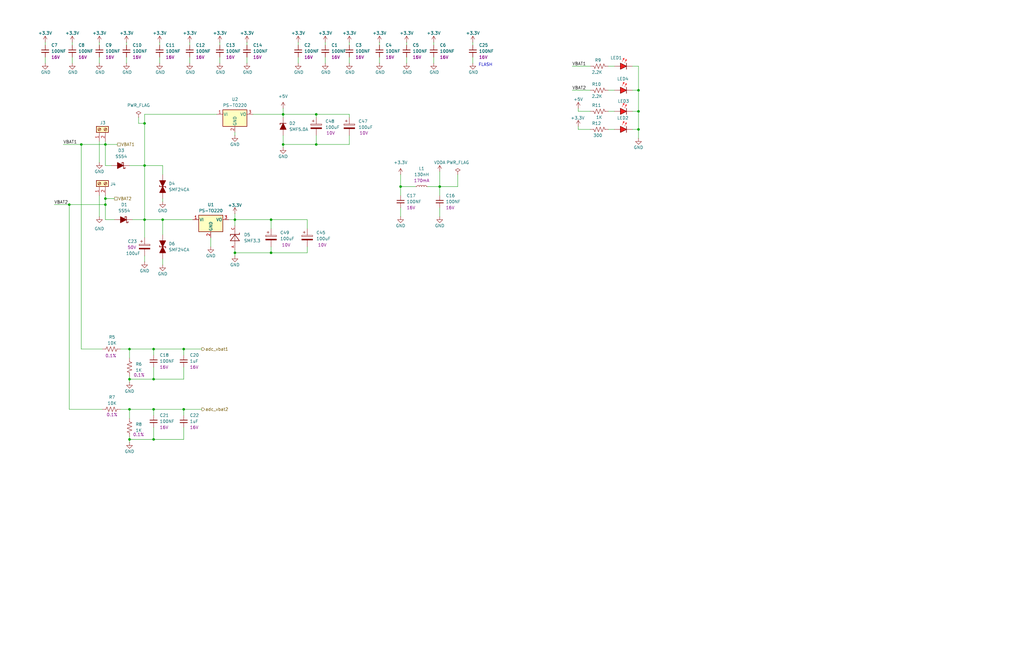
<source format=kicad_sch>
(kicad_sch (version 20250114) (generator "eeschema") (generator_version "9.0")
  (paper "USLedger")
  (title_block (title "RC-KAKATA-CONTROL") (date "2025-12-01") (rev "1.0") (company "ITLA-HUB"))
  (text "FLASH" (at 204.724 27.432 0) (effects (font (size 1.27 1.27))))
  (junction (at 68.58 92.71))
  (junction (at 44.45 83.82))
  (junction (at 77.47 172.72))
  (junction (at 60.96 92.71))
  (junction (at 64.77 147.32))
  (junction (at 119.38 60.96))
  (junction (at 54.61 172.72))
  (junction (at 64.77 172.72))
  (junction (at 185.42 78.74))
  (junction (at 54.61 147.32))
  (junction (at 99.06 106.68))
  (junction (at 60.96 69.85))
  (junction (at 99.06 92.71))
  (junction (at 60.96 52.07))
  (junction (at 77.47 147.32))
  (junction (at 64.77 160.02))
  (junction (at 114.3 92.71))
  (junction (at 44.45 86.36))
  (junction (at 269.24 54.61))
  (junction (at 133.35 48.26))
  (junction (at 54.61 185.42))
  (junction (at 114.3 106.68))
  (junction (at 269.24 46.99))
  (junction (at 54.61 160.02))
  (junction (at 64.77 185.42))
  (junction (at 34.29 60.96))
  (junction (at 269.24 38.1))
  (junction (at 44.45 60.96))
  (junction (at 168.91 78.74))
  (junction (at 133.35 60.96))
  (junction (at 29.21 86.36))
  (junction (at 119.38 48.26))
  (wire (pts (xy 54.61 184.15) (xy 54.61 185.42)))
  (wire (pts (xy 53.34 17.78) (xy 53.34 19.05)))
  (wire (pts (xy 199.39 17.78) (xy 199.39 19.05)))
  (wire (pts (xy 60.96 48.26) (xy 60.96 52.07)))
  (wire (pts (xy 41.91 82.55) (xy 41.91 91.44)))
  (wire (pts (xy 64.77 185.42) (xy 54.61 185.42)))
  (wire (pts (xy 41.91 59.69) (xy 41.91 68.58)))
  (wire (pts (xy 182.88 17.78) (xy 182.88 19.05)))
  (wire (pts (xy 106.68 48.26) (xy 119.38 48.26)))
  (wire (pts (xy 119.38 62.23) (xy 119.38 60.96)))
  (wire (pts (xy 147.32 49.53) (xy 147.32 48.26)))
  (wire (pts (xy 60.96 69.85) (xy 60.96 92.71)))
  (wire (pts (xy 44.45 83.82) (xy 44.45 86.36)))
  (wire (pts (xy 77.47 147.32) (xy 85.09 147.32)))
  (wire (pts (xy 19.05 17.78) (xy 19.05 19.05)))
  (wire (pts (xy 125.73 24.13) (xy 125.73 26.67)))
  (wire (pts (xy 58.42 52.07) (xy 60.96 52.07)))
  (wire (pts (xy 99.06 55.88) (xy 99.06 57.15)))
  (wire (pts (xy 55.88 92.71) (xy 60.96 92.71)))
  (wire (pts (xy 68.58 92.71) (xy 68.58 99.06)))
  (wire (pts (xy 68.58 73.66) (xy 68.58 69.85)))
  (wire (pts (xy 129.54 96.52) (xy 129.54 92.71)))
  (wire (pts (xy 129.54 92.71) (xy 114.3 92.71)))
  (wire (pts (xy 133.35 60.96) (xy 147.32 60.96)))
  (wire (pts (xy 114.3 106.68) (xy 99.06 106.68)))
  (wire (pts (xy 34.29 60.96) (xy 34.29 147.32)))
  (wire (pts (xy 50.8 172.72) (xy 54.61 172.72)))
  (wire (pts (xy 54.61 69.85) (xy 60.96 69.85)))
  (wire (pts (xy 119.38 60.96) (xy 133.35 60.96)))
  (wire (pts (xy 168.91 78.74) (xy 168.91 82.55)))
  (wire (pts (xy 269.24 27.94) (xy 269.24 38.1)))
  (wire (pts (xy 160.02 24.13) (xy 160.02 26.67)))
  (wire (pts (xy 248.92 38.1) (xy 241.3 38.1)))
  (wire (pts (xy 243.84 53.34) (xy 243.84 54.61)))
  (wire (pts (xy 269.24 46.99) (xy 269.24 54.61)))
  (wire (pts (xy 64.77 160.02) (xy 54.61 160.02)))
  (wire (pts (xy 147.32 48.26) (xy 133.35 48.26)))
  (wire (pts (xy 54.61 147.32) (xy 64.77 147.32)))
  (wire (pts (xy 77.47 154.94) (xy 77.47 160.02)))
  (wire (pts (xy 99.06 92.71) (xy 99.06 95.25)))
  (wire (pts (xy 41.91 24.13) (xy 41.91 26.67)))
  (wire (pts (xy 77.47 172.72) (xy 85.09 172.72)))
  (wire (pts (xy 29.21 172.72) (xy 29.21 86.36)))
  (wire (pts (xy 243.84 54.61) (xy 248.92 54.61)))
  (wire (pts (xy 193.04 73.66) (xy 193.04 78.74)))
  (wire (pts (xy 53.34 24.13) (xy 53.34 26.67)))
  (wire (pts (xy 180.34 78.74) (xy 185.42 78.74)))
  (wire (pts (xy 104.14 24.13) (xy 104.14 26.67)))
  (wire (pts (xy 68.58 83.82) (xy 68.58 85.09)))
  (wire (pts (xy 119.38 45.72) (xy 119.38 48.26)))
  (wire (pts (xy 160.02 17.78) (xy 160.02 19.05)))
  (wire (pts (xy 44.45 60.96) (xy 44.45 69.85)))
  (wire (pts (xy 30.48 17.78) (xy 30.48 19.05)))
  (wire (pts (xy 22.86 86.36) (xy 29.21 86.36)))
  (wire (pts (xy 64.77 172.72) (xy 64.77 175.26)))
  (wire (pts (xy 266.7 46.99) (xy 269.24 46.99)))
  (wire (pts (xy 269.24 54.61) (xy 269.24 58.42)))
  (wire (pts (xy 147.32 17.78) (xy 147.32 19.05)))
  (wire (pts (xy 147.32 24.13) (xy 147.32 26.67)))
  (wire (pts (xy 266.7 27.94) (xy 269.24 27.94)))
  (wire (pts (xy 104.14 17.78) (xy 104.14 19.05)))
  (wire (pts (xy 77.47 180.34) (xy 77.47 185.42)))
  (wire (pts (xy 99.06 105.41) (xy 99.06 106.68)))
  (wire (pts (xy 185.42 78.74) (xy 185.42 82.55)))
  (wire (pts (xy 30.48 24.13) (xy 30.48 26.67)))
  (wire (pts (xy 64.77 180.34) (xy 64.77 185.42)))
  (wire (pts (xy 29.21 172.72) (xy 43.18 172.72)))
  (wire (pts (xy 266.7 54.61) (xy 269.24 54.61)))
  (wire (pts (xy 80.01 17.78) (xy 80.01 19.05)))
  (wire (pts (xy 44.45 86.36) (xy 44.45 92.71)))
  (wire (pts (xy 50.8 147.32) (xy 54.61 147.32)))
  (wire (pts (xy 54.61 158.75) (xy 54.61 160.02)))
  (wire (pts (xy 64.77 154.94) (xy 64.77 160.02)))
  (wire (pts (xy 182.88 24.13) (xy 182.88 26.67)))
  (wire (pts (xy 60.96 107.95) (xy 60.96 110.49)))
  (wire (pts (xy 114.3 96.52) (xy 114.3 92.71)))
  (wire (pts (xy 96.52 92.71) (xy 99.06 92.71)))
  (wire (pts (xy 77.47 175.26) (xy 77.47 172.72)))
  (wire (pts (xy 185.42 78.74) (xy 185.42 72.39)))
  (wire (pts (xy 171.45 17.78) (xy 171.45 19.05)))
  (wire (pts (xy 168.91 78.74) (xy 168.91 73.66)))
  (wire (pts (xy 29.21 86.36) (xy 44.45 86.36)))
  (wire (pts (xy 77.47 149.86) (xy 77.47 147.32)))
  (wire (pts (xy 67.31 17.78) (xy 67.31 19.05)))
  (wire (pts (xy 147.32 57.15) (xy 147.32 60.96)))
  (wire (pts (xy 119.38 49.53) (xy 119.38 48.26)))
  (wire (pts (xy 54.61 160.02) (xy 54.61 161.29)))
  (wire (pts (xy 114.3 92.71) (xy 99.06 92.71)))
  (wire (pts (xy 133.35 49.53) (xy 133.35 48.26)))
  (wire (pts (xy 68.58 92.71) (xy 81.28 92.71)))
  (wire (pts (xy 44.45 92.71) (xy 48.26 92.71)))
  (wire (pts (xy 67.31 24.13) (xy 67.31 26.67)))
  (wire (pts (xy 125.73 17.78) (xy 125.73 19.05)))
  (wire (pts (xy 269.24 38.1) (xy 269.24 46.99)))
  (wire (pts (xy 256.54 46.99) (xy 259.08 46.99)))
  (wire (pts (xy 44.45 83.82) (xy 48.26 83.82)))
  (wire (pts (xy 44.45 59.69) (xy 44.45 60.96)))
  (wire (pts (xy 168.91 87.63) (xy 168.91 91.44)))
  (wire (pts (xy 60.96 48.26) (xy 91.44 48.26)))
  (wire (pts (xy 133.35 48.26) (xy 119.38 48.26)))
  (wire (pts (xy 54.61 172.72) (xy 54.61 176.53)))
  (wire (pts (xy 60.96 92.71) (xy 68.58 92.71)))
  (wire (pts (xy 54.61 185.42) (xy 54.61 186.69)))
  (wire (pts (xy 114.3 104.14) (xy 114.3 106.68)))
  (wire (pts (xy 137.16 17.78) (xy 137.16 19.05)))
  (wire (pts (xy 43.18 147.32) (xy 34.29 147.32)))
  (wire (pts (xy 68.58 109.22) (xy 68.58 111.76)))
  (wire (pts (xy 54.61 147.32) (xy 54.61 151.13)))
  (wire (pts (xy 119.38 57.15) (xy 119.38 60.96)))
  (wire (pts (xy 58.42 49.53) (xy 58.42 52.07)))
  (wire (pts (xy 41.91 17.78) (xy 41.91 19.05)))
  (wire (pts (xy 77.47 185.42) (xy 64.77 185.42)))
  (wire (pts (xy 19.05 24.13) (xy 19.05 26.67)))
  (wire (pts (xy 266.7 38.1) (xy 269.24 38.1)))
  (wire (pts (xy 26.67 60.96) (xy 34.29 60.96)))
  (wire (pts (xy 60.96 52.07) (xy 60.96 69.85)))
  (wire (pts (xy 44.45 69.85) (xy 46.99 69.85)))
  (wire (pts (xy 137.16 24.13) (xy 137.16 26.67)))
  (wire (pts (xy 92.71 17.78) (xy 92.71 19.05)))
  (wire (pts (xy 64.77 147.32) (xy 64.77 149.86)))
  (wire (pts (xy 256.54 27.94) (xy 259.08 27.94)))
  (wire (pts (xy 92.71 24.13) (xy 92.71 26.67)))
  (wire (pts (xy 44.45 82.55) (xy 44.45 83.82)))
  (wire (pts (xy 129.54 104.14) (xy 129.54 106.68)))
  (wire (pts (xy 80.01 24.13) (xy 80.01 26.67)))
  (wire (pts (xy 88.9 100.33) (xy 88.9 104.14)))
  (wire (pts (xy 185.42 78.74) (xy 193.04 78.74)))
  (wire (pts (xy 77.47 160.02) (xy 64.77 160.02)))
  (wire (pts (xy 241.3 27.94) (xy 248.92 27.94)))
  (wire (pts (xy 54.61 172.72) (xy 64.77 172.72)))
  (wire (pts (xy 175.26 78.74) (xy 168.91 78.74)))
  (wire (pts (xy 44.45 60.96) (xy 49.53 60.96)))
  (wire (pts (xy 99.06 106.68) (xy 99.06 107.95)))
  (wire (pts (xy 77.47 172.72) (xy 64.77 172.72)))
  (wire (pts (xy 34.29 60.96) (xy 44.45 60.96)))
  (wire (pts (xy 129.54 106.68) (xy 114.3 106.68)))
  (wire (pts (xy 243.84 46.99) (xy 243.84 45.72)))
  (wire (pts (xy 256.54 54.61) (xy 259.08 54.61)))
  (wire (pts (xy 185.42 87.63) (xy 185.42 91.44)))
  (wire (pts (xy 77.47 147.32) (xy 64.77 147.32)))
  (wire (pts (xy 133.35 57.15) (xy 133.35 60.96)))
  (wire (pts (xy 248.92 46.99) (xy 243.84 46.99)))
  (wire (pts (xy 68.58 69.85) (xy 60.96 69.85)))
  (wire (pts (xy 171.45 24.13) (xy 171.45 26.67)))
  (wire (pts (xy 99.06 90.17) (xy 99.06 92.71)))
  (wire (pts (xy 256.54 38.1) (xy 259.08 38.1)))
  (wire (pts (xy 199.39 24.13) (xy 199.39 26.67)))
  (wire (pts (xy 60.96 92.71) (xy 60.96 100.33)))
  (label "VBAT1" (at 241.3 27.94 0))
  (label "VBAT1" (at 26.67 60.96 0))
  (label "VBAT2" (at 22.86 86.36 0))
  (label "VBAT2" (at 241.3 38.1 0))
  (hierarchical_label "VBAT1" (shape passive) (at 49.53 60.96 0))
  (hierarchical_label "VBAT2" (shape passive) (at 48.26 83.82 0))
  (hierarchical_label "adc_vbat1" (shape output) (at 85.09 147.32 0))
  (hierarchical_label "adc_vbat2" (shape output) (at 85.09 172.72 0))
  (symbol (lib_id "MG_CAPACITOR:CAP-0603-100NF-16V-X5R") (at 171.45 21.59 0) (unit 1)
    (property "Reference" "C5" (at 173.99 19.0562 0) (effects (justify left)))
    (property "Value" "100NF" (at 173.99 21.5962 0) (effects (justify left)))
    (property "Footprint" "4ms_Capacitor:C_0603" (effects (hide yes)))
    (property "Description" "0.1uF, Min. 16V 10%, X7R or X5R or similar" (effects (hide yes)))
    (property "Specifications" "0.1uF, Min. 16V 10%, X7R or X5R or similar" (effects (hide yes)))
    (property "Manufacturer" "AVX Corporation" (effects (hide yes)))
    (property "Part Number" "0603YC104KAT2A" (effects (hide yes)))
    (property "Display" "0.1uF" (effects (hide yes)))
    (property "JLCPCB ID" "C14663" (effects (hide yes)))
    (property "V" "16V" (at 173.99 24.1362 0) (effects (justify left)))
  )
  (symbol (lib_id "Capacitor_AKL:CP_SMD_D6.3mm_H5.9mm") (at 133.35 53.34 0) (unit 1)
    (property "Reference" "C48" (at 137.16 51.1809 0) (effects (justify left)))
    (property "Value" "100uF" (at 137.16 53.7209 0) (effects (justify left)))
    (property "Footprint" "Capacitor_SMD_AKL:CP_Elec_6.3x5.9" (effects (hide yes)))
    (property "Description" "SMD Electrolytic Capacitor, 6.3mm Diameter, 5.9mm Height, European Symbol, Alternate KiCad Library" (effects (hide yes)))
    (property "VOL" "10V" (at 139.446 56.134 0))
  )
  (symbol (lib_id "Snapeda:SMF3.3") (at 99.06 100.33 90) (unit 1)
    (property "Reference" "D5" (at 102.87 99.0599 90) (effects (justify right)))
    (property "Value" "SMF3.3" (at 102.87 101.5999 90) (effects (justify right)))
    (property "Footprint" "Snapeda:SMF3.3_SODFL3718X108N" (effects (hide yes)))
    (property "MF" "Littelfuse Inc." (effects (hide yes)))
    (property "SNAPEDA_PACKAGE_ID" "23228" (effects (hide yes)))
    (property "Package" "SOD-123F Littelfuse" (effects (hide yes)))
    (property "Price" "None" (effects (hide yes)))
    (property "Check_prices" "https://www.snapeda.com/parts/SMF3.3/Littelfuse/view-part/?ref=eda" (effects (hide yes)))
    (property "SnapEDA_Link" "https://www.snapeda.com/parts/SMF3.3/Littelfuse/view-part/?ref=snap" (effects (hide yes)))
    (property "MP" "SMF3.3" (effects (hide yes)))
    (property "Description_1" "6.8V Clamp 30A Ipp Tvs Diode Surface Mount SOD-123FL" (effects (hide yes)))
    (property "Availability" "In Stock" (effects (hide yes)))
    (property "MANUFACTURER" "Littelfuse" (effects (hide yes)))
  )
  (symbol (lib_id "power:GND") (at 147.32 26.67 0) (unit 1)
    (property "Reference" "#PWR03" (effects (hide yes)))
    (property "Value" "GND" (at 147.574 30.48 0))
    (property "Description" "Power symbol creates a global label with name \"GND\" , ground" (effects (hide yes)))
  )
  (symbol (lib_id "MG_CAPACITOR:CAP-0603-100NF-16V-X5R") (at 80.01 21.59 0) (unit 1)
    (property "Reference" "C12" (at 82.55 19.0562 0) (effects (justify left)))
    (property "Value" "100NF" (at 82.55 21.5962 0) (effects (justify left)))
    (property "Footprint" "4ms_Capacitor:C_0603" (effects (hide yes)))
    (property "Description" "0.1uF, Min. 16V 10%, X7R or X5R or similar" (effects (hide yes)))
    (property "Specifications" "0.1uF, Min. 16V 10%, X7R or X5R or similar" (effects (hide yes)))
    (property "Manufacturer" "AVX Corporation" (effects (hide yes)))
    (property "Part Number" "0603YC104KAT2A" (effects (hide yes)))
    (property "Display" "0.1uF" (effects (hide yes)))
    (property "JLCPCB ID" "C14663" (effects (hide yes)))
    (property "V" "16V" (at 82.55 24.1362 0) (effects (justify left)))
  )
  (symbol (lib_id "MG_RESISTOR:RES-0603-10K-1%") (at 252.73 27.94 90) (mirror x) (unit 1)
    (property "Reference" "R9" (at 253.492 25.4 90) (effects (justify left)))
    (property "Value" "2.2K" (at 253.9999 30.48 90) (effects (justify left)))
    (property "Footprint" "4ms_Resistor:R_0603" (effects (hide yes)))
    (property "Description" "Resistor, US symbol" (effects (hide yes)))
    (property "TOL" "1%" (effects (hide yes)))
    (property "PWR" "1/10" (effects (hide yes)))
    (property "Part Number" "RC0603FR-0710KL" (effects (hide yes)))
    (property "Manufacturer" "YAGEO" (effects (hide yes)))
    (property "Footprint Name" "0603" (effects (hide yes)))
  )
  (symbol (lib_id "power:GND") (at 80.01 26.67 0) (unit 1)
    (property "Reference" "#PWR21" (effects (hide yes)))
    (property "Value" "GND" (at 80.264 30.48 0))
    (property "Description" "Power symbol creates a global label with name \"GND\" , ground" (effects (hide yes)))
  )
  (symbol (lib_id "power:+5V") (at 243.84 45.72 0) (unit 1)
    (property "Reference" "#PWR61" (effects (hide yes)))
    (property "Value" "+5V" (at 243.84 41.91 0))
    (property "Description" "Power symbol creates a global label with name \"+5V\"" (effects (hide yes)))
  )
  (symbol (lib_id "power:+3.3V") (at 160.02 17.78 0) (unit 1)
    (property "Reference" "#PWR4" (effects (hide yes)))
    (property "Value" "+3.3V" (at 160.02 13.97 0))
    (property "Description" "Power symbol creates a global label with name \"+3.3V\"" (effects (hide yes)))
  )
  (symbol (lib_id "MG_CAPACITOR:CAP-0603-100NF-16V-X5R") (at 147.32 21.59 0) (unit 1)
    (property "Reference" "C3" (at 149.86 19.0562 0) (effects (justify left)))
    (property "Value" "100NF" (at 149.86 21.5962 0) (effects (justify left)))
    (property "Footprint" "4ms_Capacitor:C_0603" (effects (hide yes)))
    (property "Description" "0.1uF, Min. 16V 10%, X7R or X5R or similar" (effects (hide yes)))
    (property "Specifications" "0.1uF, Min. 16V 10%, X7R or X5R or similar" (effects (hide yes)))
    (property "Manufacturer" "AVX Corporation" (effects (hide yes)))
    (property "Part Number" "0603YC104KAT2A" (effects (hide yes)))
    (property "Display" "0.1uF" (effects (hide yes)))
    (property "JLCPCB ID" "C14663" (effects (hide yes)))
    (property "V" "16V" (at 149.86 24.1362 0) (effects (justify left)))
  )
  (symbol (lib_id "power:GND") (at 125.73 26.67 0) (unit 1)
    (property "Reference" "#PWR45" (effects (hide yes)))
    (property "Value" "GND" (at 125.984 30.48 0))
    (property "Description" "Power symbol creates a global label with name \"GND\" , ground" (effects (hide yes)))
  )
  (symbol (lib_id "power:GND") (at 54.61 161.29 0) (unit 1)
    (property "Reference" "#PWR51" (effects (hide yes)))
    (property "Value" "GND" (at 54.61 165.1 0))
    (property "Description" "Power symbol creates a global label with name \"GND\" , ground" (effects (hide yes)))
  )
  (symbol (lib_id "MG_RESISTOR:RES-0603-10K-1%") (at 46.99 172.72 90) (unit 1)
    (property "Reference" "R7" (at 47.244 167.64 90))
    (property "Value" "10K" (at 47.244 170.18 90))
    (property "Footprint" "4ms_Resistor:R_0603" (effects (hide yes)))
    (property "Description" "Resistor, US symbol" (effects (hide yes)))
    (property "TOL" "1%" (effects (hide yes)))
    (property "PWR" "1/10" (effects (hide yes)))
    (property "Part Number" "RC0603FR-0710KL" (effects (hide yes)))
    (property "Manufacturer" "YAGEO" (effects (hide yes)))
    (property "Footprint Name" "0603" (effects (hide yes)))
    (property "VOL" "0.1%" (at 47.244 175.006 90))
  )
  (symbol (lib_id "MG_RESISTOR:RES-0603-10K-1%") (at 252.73 54.61 90) (mirror x) (unit 1)
    (property "Reference" "R12" (at 253.492 52.07 90) (effects (justify left)))
    (property "Value" "300" (at 253.9999 57.15 90) (effects (justify left)))
    (property "Footprint" "4ms_Resistor:R_0603" (effects (hide yes)))
    (property "Description" "Resistor, US symbol" (effects (hide yes)))
    (property "TOL" "1%" (effects (hide yes)))
    (property "PWR" "1/10" (effects (hide yes)))
    (property "Part Number" "RC0603FR-0710KL" (effects (hide yes)))
    (property "Manufacturer" "YAGEO" (effects (hide yes)))
    (property "Footprint Name" "0603" (effects (hide yes)))
  )
  (symbol (lib_id "LED_AKL:LED_0603_Red") (at 262.89 27.94 0) (unit 1)
    (property "Reference" "LED1" (at 259.842 24.384 0))
    (property "Value" "LED_0603_Red" (effects (hide yes)))
    (property "Footprint" "LED_SMD_AKL:LED_0603_1608Metric" (effects (hide yes)))
    (property "Description" "Red SMD LED, 0603, Alternate KiCad Library" (effects (hide yes)))
  )
  (symbol (lib_id "MG_CAPACITOR:CAP-0603-100NF-16V-X5R") (at 160.02 21.59 0) (unit 1)
    (property "Reference" "C4" (at 162.56 19.0562 0) (effects (justify left)))
    (property "Value" "100NF" (at 162.56 21.5962 0) (effects (justify left)))
    (property "Footprint" "4ms_Capacitor:C_0603" (effects (hide yes)))
    (property "Description" "0.1uF, Min. 16V 10%, X7R or X5R or similar" (effects (hide yes)))
    (property "Specifications" "0.1uF, Min. 16V 10%, X7R or X5R or similar" (effects (hide yes)))
    (property "Manufacturer" "AVX Corporation" (effects (hide yes)))
    (property "Part Number" "0603YC104KAT2A" (effects (hide yes)))
    (property "Display" "0.1uF" (effects (hide yes)))
    (property "JLCPCB ID" "C14663" (effects (hide yes)))
    (property "V" "16V" (at 162.56 24.1362 0) (effects (justify left)))
  )
  (symbol (lib_id "power:+3.3V") (at 171.45 17.78 0) (unit 1)
    (property "Reference" "#PWR6" (effects (hide yes)))
    (property "Value" "+3.3V" (at 171.45 13.97 0))
    (property "Description" "Power symbol creates a global label with name \"+3.3V\"" (effects (hide yes)))
  )
  (symbol (lib_id "MG_RESISTOR:RES-0603-10K-1%") (at 252.73 38.1 90) (mirror x) (unit 1)
    (property "Reference" "R10" (at 253.492 35.56 90) (effects (justify left)))
    (property "Value" "2.2K" (at 253.9999 40.64 90) (effects (justify left)))
    (property "Footprint" "4ms_Resistor:R_0603" (effects (hide yes)))
    (property "Description" "Resistor, US symbol" (effects (hide yes)))
    (property "TOL" "1%" (effects (hide yes)))
    (property "PWR" "1/10" (effects (hide yes)))
    (property "Part Number" "RC0603FR-0710KL" (effects (hide yes)))
    (property "Manufacturer" "YAGEO" (effects (hide yes)))
    (property "Footprint Name" "0603" (effects (hide yes)))
  )
  (symbol (lib_id "power:+5V") (at 119.38 45.72 0) (unit 1)
    (property "Reference" "#PWR31" (effects (hide yes)))
    (property "Value" "+5V" (at 119.38 40.64 0))
    (property "Description" "Power symbol creates a global label with name \"+5V\"" (effects (hide yes)))
  )
  (symbol (lib_id "MG_IC:PS-TO220") (at 99.06 48.26 0) (unit 1)
    (property "Reference" "U2" (at 99.06 41.91 0))
    (property "Value" "PS-TO220" (at 99.06 44.45 0))
    (property "Footprint" "MG_footprints:PS-TO-220-3_Vertical" (effects (hide yes)))
    (property "Description" "Power Supply Switching TO-2020" (effects (hide yes)))
  )
  (symbol (lib_id "power:+3.3V") (at 53.34 17.78 0) (unit 1)
    (property "Reference" "#PWR16" (effects (hide yes)))
    (property "Value" "+3.3V" (at 53.34 13.97 0))
    (property "Description" "Power symbol creates a global label with name \"+3.3V\"" (effects (hide yes)))
  )
  (symbol (lib_id "MG_RESISTOR:RES-0603-10K-1%") (at 252.73 46.99 90) (mirror x) (unit 1)
    (property "Reference" "R11" (at 253.492 44.45 90) (effects (justify left)))
    (property "Value" "1K" (at 253.9999 49.53 90) (effects (justify left)))
    (property "Footprint" "4ms_Resistor:R_0603" (effects (hide yes)))
    (property "Description" "Resistor, US symbol" (effects (hide yes)))
    (property "TOL" "1%" (effects (hide yes)))
    (property "PWR" "1/10" (effects (hide yes)))
    (property "Part Number" "RC0603FR-0710KL" (effects (hide yes)))
    (property "Manufacturer" "YAGEO" (effects (hide yes)))
    (property "Footprint Name" "0603" (effects (hide yes)))
  )
  (symbol (lib_id "power:+3.3V") (at 30.48 17.78 0) (unit 1)
    (property "Reference" "#PWR12" (effects (hide yes)))
    (property "Value" "+3.3V" (at 30.48 13.97 0))
    (property "Description" "Power symbol creates a global label with name \"+3.3V\"" (effects (hide yes)))
  )
  (symbol (lib_id "Diode_TVS_AKL:SMF24CA") (at 68.58 104.14 90) (unit 1)
    (property "Reference" "D6" (at 71.12 102.8699 90) (effects (justify right)))
    (property "Value" "SMF24CA" (at 71.12 105.4099 90) (effects (justify right)))
    (property "Footprint" "Diode_SMD_AKL:D_SOD-123F" (effects (hide yes)))
    (property "Datasheet" "https://www.tme.eu/Document/95faf1e5e821ed1b438500c66c7b0bd9/smf50a.pdf" (effects (hide yes)))
    (property "Description" "SOD-123F Bidirectional TVS Diode, 24V, 200W, Alternate KiCAD Library" (effects (hide yes)))
  )
  (symbol (lib_id "MG_RESISTOR:RES-0603-10K-1%") (at 54.61 154.94 180) (unit 1)
    (property "Reference" "R6" (at 57.15 153.6699 0) (effects (justify right)))
    (property "Value" "1K" (at 57.15 156.2099 0) (effects (justify right)))
    (property "Footprint" "4ms_Resistor:R_0603" (effects (hide yes)))
    (property "Description" "Resistor, US symbol" (effects (hide yes)))
    (property "TOL" "1%" (effects (hide yes)))
    (property "PWR" "1/10" (effects (hide yes)))
    (property "Part Number" "RC0603FR-0710KL" (effects (hide yes)))
    (property "Manufacturer" "YAGEO" (effects (hide yes)))
    (property "Footprint Name" "0603" (effects (hide yes)))
    (property "VOL" "0.1%" (at 58.674 158.242 0))
  )
  (symbol (lib_id "MG_CAPACITOR:CAP-0603-100NF-16V-X5R") (at 30.48 21.59 0) (unit 1)
    (property "Reference" "C8" (at 33.02 19.0562 0) (effects (justify left)))
    (property "Value" "100NF" (at 33.02 21.5962 0) (effects (justify left)))
    (property "Footprint" "4ms_Capacitor:C_0603" (effects (hide yes)))
    (property "Description" "0.1uF, Min. 16V 10%, X7R or X5R or similar" (effects (hide yes)))
    (property "Specifications" "0.1uF, Min. 16V 10%, X7R or X5R or similar" (effects (hide yes)))
    (property "Manufacturer" "AVX Corporation" (effects (hide yes)))
    (property "Part Number" "0603YC104KAT2A" (effects (hide yes)))
    (property "Display" "0.1uF" (effects (hide yes)))
    (property "JLCPCB ID" "C14663" (effects (hide yes)))
    (property "V" "16V" (at 33.02 24.1362 0) (effects (justify left)))
  )
  (symbol (lib_id "power:+3.3V") (at 80.01 17.78 0) (unit 1)
    (property "Reference" "#PWR20" (effects (hide yes)))
    (property "Value" "+3.3V" (at 80.01 13.97 0))
    (property "Description" "Power symbol creates a global label with name \"+3.3V\"" (effects (hide yes)))
  )
  (symbol (lib_id "Connector:Screw_Terminal_01x02") (at 41.91 77.47 90) (unit 1)
    (property "Reference" "J4" (at 46.482 77.724 90) (effects (justify right)))
    (property "Value" "Screw_Terminal_01x02" (effects (hide yes)))
    (property "Footprint" "EasyEDA:CONN-TH_2P-P5.08_DIBO_DB128V-5.08" (effects (hide yes)))
    (property "Description" "Generic screw terminal, single row, 01x02, script generated (kicad-library-utils/schlib/autogen/connector/)" (effects (hide yes)))
  )
  (symbol (lib_id "power:+3.3V") (at 19.05 17.78 0) (unit 1)
    (property "Reference" "#PWR10" (effects (hide yes)))
    (property "Value" "+3.3V" (at 19.05 13.97 0))
    (property "Description" "Power symbol creates a global label with name \"+3.3V\"" (effects (hide yes)))
  )
  (symbol (lib_id "MG_CAPACITOR:CAP-0603-100NF-16V-X5R") (at 64.77 177.8 0) (unit 1)
    (property "Reference" "C21" (at 67.31 175.2662 0) (effects (justify left)))
    (property "Value" "100NF" (at 67.31 177.8062 0) (effects (justify left)))
    (property "Footprint" "4ms_Capacitor:C_0603" (effects (hide yes)))
    (property "Description" "0.1uF, Min. 16V 10%, X7R or X5R or similar" (effects (hide yes)))
    (property "Specifications" "0.1uF, Min. 16V 10%, X7R or X5R or similar" (effects (hide yes)))
    (property "Manufacturer" "AVX Corporation" (effects (hide yes)))
    (property "Part Number" "0603YC104KAT2A" (effects (hide yes)))
    (property "Display" "0.1uF" (effects (hide yes)))
    (property "JLCPCB ID" "C14663" (effects (hide yes)))
    (property "V" "16V" (at 67.31 180.3462 0) (effects (justify left)))
  )
  (symbol (lib_id "Capacitor_AKL:CP_SMD_D6.3mm_H5.9mm") (at 129.54 100.33 0) (unit 1)
    (property "Reference" "C45" (at 133.35 98.1709 0) (effects (justify left)))
    (property "Value" "100uF" (at 133.35 100.7109 0) (effects (justify left)))
    (property "Footprint" "Capacitor_SMD_AKL:CP_Elec_6.3x5.9" (effects (hide yes)))
    (property "Description" "SMD Electrolytic Capacitor, 6.3mm Diameter, 5.9mm Height, European Symbol, Alternate KiCad Library" (effects (hide yes)))
    (property "VOL" "10V" (at 135.89 103.378 0))
  )
  (symbol (lib_id "MG_IC:PS-TO220") (at 88.9 92.71 0) (unit 1)
    (property "Reference" "U1" (at 88.9 86.36 0))
    (property "Value" "PS-TO220" (at 88.9 88.9 0))
    (property "Footprint" "MG_footprints:PS-TO-220-3_Vertical" (effects (hide yes)))
    (property "Description" "Power Supply Switching TO-2020" (effects (hide yes)))
  )
  (symbol (lib_id "MG_CAPACITOR:CAP-0603-100NF-16V-X5R") (at 92.71 21.59 0) (unit 1)
    (property "Reference" "C13" (at 95.25 19.0562 0) (effects (justify left)))
    (property "Value" "100NF" (at 95.25 21.5962 0) (effects (justify left)))
    (property "Footprint" "4ms_Capacitor:C_0603" (effects (hide yes)))
    (property "Description" "0.1uF, Min. 16V 10%, X7R or X5R or similar" (effects (hide yes)))
    (property "Specifications" "0.1uF, Min. 16V 10%, X7R or X5R or similar" (effects (hide yes)))
    (property "Manufacturer" "AVX Corporation" (effects (hide yes)))
    (property "Part Number" "0603YC104KAT2A" (effects (hide yes)))
    (property "Display" "0.1uF" (effects (hide yes)))
    (property "JLCPCB ID" "C14663" (effects (hide yes)))
    (property "V" "16V" (at 95.25 24.1362 0) (effects (justify left)))
  )
  (symbol (lib_id "power:GND") (at 67.31 26.67 0) (unit 1)
    (property "Reference" "#PWR19" (effects (hide yes)))
    (property "Value" "GND" (at 67.564 30.48 0))
    (property "Description" "Power symbol creates a global label with name \"GND\" , ground" (effects (hide yes)))
  )
  (symbol (lib_id "power:+3.3V") (at 99.06 90.17 0) (unit 1)
    (property "Reference" "#PWR32" (effects (hide yes)))
    (property "Value" "+3.3V" (at 99.06 86.614 0))
    (property "Description" "Power symbol creates a global label with name \"+3.3V\"" (effects (hide yes)))
  )
  (symbol (lib_id "power:GND") (at 137.16 26.67 0) (unit 1)
    (property "Reference" "#PWR43" (effects (hide yes)))
    (property "Value" "GND" (at 137.414 30.48 0))
    (property "Description" "Power symbol creates a global label with name \"GND\" , ground" (effects (hide yes)))
  )
  (symbol (lib_id "power:GND") (at 60.96 110.49 0) (unit 1)
    (property "Reference" "#PWR53" (effects (hide yes)))
    (property "Value" "GND" (at 60.96 114.3 0))
    (property "Description" "Power symbol creates a global label with name \"GND\" , ground" (effects (hide yes)))
  )
  (symbol (lib_id "power:+3.3V") (at 137.16 17.78 0) (unit 1)
    (property "Reference" "#PWR42" (effects (hide yes)))
    (property "Value" "+3.3V" (at 137.16 13.97 0))
    (property "Description" "Power symbol creates a global label with name \"+3.3V\"" (effects (hide yes)))
  )
  (symbol (lib_id "Connector:Screw_Terminal_01x02") (at 41.91 54.61 90) (unit 1)
    (property "Reference" "J3" (at 42.164 51.816 90) (effects (justify right)))
    (property "Value" "Screw_Terminal_01x02" (effects (hide yes)))
    (property "Footprint" "EasyEDA:CONN-TH_2P-P5.08_DIBO_DB128V-5.08" (effects (hide yes)))
    (property "Description" "Generic screw terminal, single row, 01x02, script generated (kicad-library-utils/schlib/autogen/connector/)" (effects (hide yes)))
  )
  (symbol (lib_id "power:GND") (at 182.88 26.67 0) (unit 1)
    (property "Reference" "#PWR9" (effects (hide yes)))
    (property "Value" "GND" (at 183.134 30.48 0))
    (property "Description" "Power symbol creates a global label with name \"GND\" , ground" (effects (hide yes)))
  )
  (symbol (lib_id "MG_CAPACITOR:CAP-0603-100NF-16V-X5R") (at 125.73 21.59 0) (unit 1)
    (property "Reference" "C2" (at 128.27 19.0562 0) (effects (justify left)))
    (property "Value" "100NF" (at 128.27 21.5962 0) (effects (justify left)))
    (property "Footprint" "4ms_Capacitor:C_0603" (effects (hide yes)))
    (property "Description" "0.1uF, Min. 16V 10%, X7R or X5R or similar" (effects (hide yes)))
    (property "Specifications" "0.1uF, Min. 16V 10%, X7R or X5R or similar" (effects (hide yes)))
    (property "Manufacturer" "AVX Corporation" (effects (hide yes)))
    (property "Part Number" "0603YC104KAT2A" (effects (hide yes)))
    (property "Display" "0.1uF" (effects (hide yes)))
    (property "JLCPCB ID" "C14663" (effects (hide yes)))
    (property "V" "16V" (at 128.27 24.1362 0) (effects (justify left)))
  )
  (symbol (lib_id "Capacitor_AKL:CP_SMD_D6.3mm_H5.9mm") (at 114.3 100.33 0) (unit 1)
    (property "Reference" "C49" (at 118.11 98.1709 0) (effects (justify left)))
    (property "Value" "100uF" (at 118.11 100.7109 0) (effects (justify left)))
    (property "Footprint" "Capacitor_SMD_AKL:CP_Elec_6.3x5.9" (effects (hide yes)))
    (property "Description" "SMD Electrolytic Capacitor, 6.3mm Diameter, 5.9mm Height, European Symbol, Alternate KiCad Library" (effects (hide yes)))
    (property "VOL" "10V" (at 120.65 103.378 0))
  )
  (symbol (lib_id "power:GND") (at 54.61 186.69 0) (unit 1)
    (property "Reference" "#PWR52" (effects (hide yes)))
    (property "Value" "GND" (at 54.61 190.5 0))
    (property "Description" "Power symbol creates a global label with name \"GND\" , ground" (effects (hide yes)))
  )
  (symbol (lib_id "power:VDDA") (at 185.42 72.39 0) (unit 1)
    (property "Reference" "#PWR46" (effects (hide yes)))
    (property "Value" "VDDA" (at 185.42 68.58 0))
    (property "Description" "Power symbol creates a global label with name \"VDDA\"" (effects (hide yes)))
  )
  (symbol (lib_id "Diode_Schottky_AKL:SS54") (at 50.8 69.85 0) (unit 1)
    (property "Reference" "D3" (at 51.1175 63.5 0))
    (property "Value" "SS54" (at 51.1175 66.04 0))
    (property "Footprint" "Diode_SMD_AKL:D_SMC" (effects (hide yes)))
    (property "Datasheet" "https://www.laro.com.pl/pdf/ss56.pdf" (effects (hide yes)))
    (property "Description" "SMC Schottky diode, 40V, 5A, Alternate KiCAD Library" (effects (hide yes)))
  )
  (symbol (lib_id "Diode_Schottky_AKL:SS54") (at 52.07 92.71 0) (unit 1)
    (property "Reference" "D1" (at 52.3875 86.36 0))
    (property "Value" "SS54" (at 52.3875 88.9 0))
    (property "Footprint" "Diode_SMD_AKL:D_SMC" (effects (hide yes)))
    (property "Datasheet" "https://www.laro.com.pl/pdf/ss56.pdf" (effects (hide yes)))
    (property "Description" "SMC Schottky diode, 40V, 5A, Alternate KiCAD Library" (effects (hide yes)))
  )
  (symbol (lib_id "MG_CAPACITOR:CAP-0603-100NF-16V-X5R") (at 77.47 152.4 0) (unit 1)
    (property "Reference" "C20" (at 80.01 149.8662 0) (effects (justify left)))
    (property "Value" "1uF" (at 80.01 152.4062 0) (effects (justify left)))
    (property "Footprint" "4ms_Capacitor:C_0603" (effects (hide yes)))
    (property "Description" "0.1uF, Min. 16V 10%, X7R or X5R or similar" (effects (hide yes)))
    (property "Specifications" "0.1uF, Min. 16V 10%, X7R or X5R or similar" (effects (hide yes)))
    (property "Manufacturer" "AVX Corporation" (effects (hide yes)))
    (property "Part Number" "0603YC104KAT2A" (effects (hide yes)))
    (property "Display" "0.1uF" (effects (hide yes)))
    (property "JLCPCB ID" "C14663" (effects (hide yes)))
    (property "V" "16V" (at 80.01 154.9462 0) (effects (justify left)))
  )
  (symbol (lib_id "MG_CAPACITOR:CAP-0603-100NF-16V-X5R") (at 64.77 152.4 0) (unit 1)
    (property "Reference" "C18" (at 67.31 149.8662 0) (effects (justify left)))
    (property "Value" "100NF" (at 67.31 152.4062 0) (effects (justify left)))
    (property "Footprint" "4ms_Capacitor:C_0603" (effects (hide yes)))
    (property "Description" "0.1uF, Min. 16V 10%, X7R or X5R or similar" (effects (hide yes)))
    (property "Specifications" "0.1uF, Min. 16V 10%, X7R or X5R or similar" (effects (hide yes)))
    (property "Manufacturer" "AVX Corporation" (effects (hide yes)))
    (property "Part Number" "0603YC104KAT2A" (effects (hide yes)))
    (property "Display" "0.1uF" (effects (hide yes)))
    (property "JLCPCB ID" "C14663" (effects (hide yes)))
    (property "V" "16V" (at 67.31 154.9462 0) (effects (justify left)))
  )
  (symbol (lib_id "MG_CAPACITOR:CAP-0603-100NF-16V-X5R") (at 185.42 85.09 0) (unit 1)
    (property "Reference" "C16" (at 187.96 82.5562 0) (effects (justify left)))
    (property "Value" "100NF" (at 187.96 85.0962 0) (effects (justify left)))
    (property "Footprint" "4ms_Capacitor:C_0603" (effects (hide yes)))
    (property "Description" "0.1uF, Min. 16V 10%, X7R or X5R or similar" (effects (hide yes)))
    (property "Specifications" "0.1uF, Min. 16V 10%, X7R or X5R or similar" (effects (hide yes)))
    (property "Manufacturer" "AVX Corporation" (effects (hide yes)))
    (property "Part Number" "0603YC104KAT2A" (effects (hide yes)))
    (property "Display" "0.1uF" (effects (hide yes)))
    (property "JLCPCB ID" "C14663" (effects (hide yes)))
    (property "V" "16V" (at 187.96 87.6362 0) (effects (justify left)))
  )
  (symbol (lib_id "MG_CAPACITOR:CAP-0603-100NF-16V-X5R") (at 168.91 85.09 0) (unit 1)
    (property "Reference" "C17" (at 171.45 82.5562 0) (effects (justify left)))
    (property "Value" "100NF" (at 171.45 85.0962 0) (effects (justify left)))
    (property "Footprint" "4ms_Capacitor:C_0603" (effects (hide yes)))
    (property "Description" "0.1uF, Min. 16V 10%, X7R or X5R or similar" (effects (hide yes)))
    (property "Specifications" "0.1uF, Min. 16V 10%, X7R or X5R or similar" (effects (hide yes)))
    (property "Manufacturer" "AVX Corporation" (effects (hide yes)))
    (property "Part Number" "0603YC104KAT2A" (effects (hide yes)))
    (property "Display" "0.1uF" (effects (hide yes)))
    (property "JLCPCB ID" "C14663" (effects (hide yes)))
    (property "V" "16V" (at 171.45 87.6362 0) (effects (justify left)))
  )
  (symbol (lib_id "LED_AKL:LED_0603_Red") (at 262.89 54.61 0) (unit 1)
    (property "Reference" "LED2" (at 262.636 49.784 0))
    (property "Value" "LED_0603_Red" (effects (hide yes)))
    (property "Footprint" "LED_SMD_AKL:LED_0603_1608Metric" (effects (hide yes)))
    (property "Description" "Red SMD LED, 0603, Alternate KiCad Library" (effects (hide yes)))
  )
  (symbol (lib_id "power:PWR_FLAG") (at 193.04 73.66 0) (unit 1)
    (property "Reference" "#FLG02" (effects (hide yes)))
    (property "Value" "PWR_FLAG" (at 193.04 68.58 0))
    (property "Description" "Special symbol for telling ERC where power comes from" (effects (hide yes)))
  )
  (symbol (lib_id "MG_CAPACITOR:CAP-0603-100NF-16V-X5R") (at 137.16 21.59 0) (unit 1)
    (property "Reference" "C1" (at 139.7 19.0562 0) (effects (justify left)))
    (property "Value" "100NF" (at 139.7 21.5962 0) (effects (justify left)))
    (property "Footprint" "4ms_Capacitor:C_0603" (effects (hide yes)))
    (property "Description" "0.1uF, Min. 16V 10%, X7R or X5R or similar" (effects (hide yes)))
    (property "Specifications" "0.1uF, Min. 16V 10%, X7R or X5R or similar" (effects (hide yes)))
    (property "Manufacturer" "AVX Corporation" (effects (hide yes)))
    (property "Part Number" "0603YC104KAT2A" (effects (hide yes)))
    (property "Display" "0.1uF" (effects (hide yes)))
    (property "JLCPCB ID" "C14663" (effects (hide yes)))
    (property "V" "16V" (at 139.7 24.1362 0) (effects (justify left)))
  )
  (symbol (lib_id "power:GND") (at 53.34 26.67 0) (unit 1)
    (property "Reference" "#PWR17" (effects (hide yes)))
    (property "Value" "GND" (at 53.594 30.48 0))
    (property "Description" "Power symbol creates a global label with name \"GND\" , ground" (effects (hide yes)))
  )
  (symbol (lib_id "LED_AKL:LED_0603_Red") (at 262.89 38.1 0) (unit 1)
    (property "Reference" "LED4" (at 262.636 33.274 0))
    (property "Value" "LED_0603_Red" (effects (hide yes)))
    (property "Footprint" "LED_SMD_AKL:LED_0603_1608Metric" (effects (hide yes)))
    (property "Description" "Red SMD LED, 0603, Alternate KiCad Library" (effects (hide yes)))
  )
  (symbol (lib_id "MG_CAPACITOR:CAP-0603-100NF-16V-X5R") (at 182.88 21.59 0) (unit 1)
    (property "Reference" "C6" (at 185.42 19.0562 0) (effects (justify left)))
    (property "Value" "100NF" (at 185.42 21.5962 0) (effects (justify left)))
    (property "Footprint" "4ms_Capacitor:C_0603" (effects (hide yes)))
    (property "Description" "0.1uF, Min. 16V 10%, X7R or X5R or similar" (effects (hide yes)))
    (property "Specifications" "0.1uF, Min. 16V 10%, X7R or X5R or similar" (effects (hide yes)))
    (property "Manufacturer" "AVX Corporation" (effects (hide yes)))
    (property "Part Number" "0603YC104KAT2A" (effects (hide yes)))
    (property "Display" "0.1uF" (effects (hide yes)))
    (property "JLCPCB ID" "C14663" (effects (hide yes)))
    (property "V" "16V" (at 185.42 24.1362 0) (effects (justify left)))
  )
  (symbol (lib_id "power:GND") (at 168.91 91.44 0) (unit 1)
    (property "Reference" "#PWR48" (effects (hide yes)))
    (property "Value" "GND" (at 168.91 95.25 0))
    (property "Description" "Power symbol creates a global label with name \"GND\" , ground" (effects (hide yes)))
  )
  (symbol (lib_id "power:GND") (at 68.58 111.76 0) (unit 1)
    (property "Reference" "#PWR37" (effects (hide yes)))
    (property "Value" "GND" (at 68.58 115.57 0))
    (property "Description" "Power symbol creates a global label with name \"GND\" , ground" (effects (hide yes)))
  )
  (symbol (lib_id "power:+3.3V") (at 147.32 17.78 0) (unit 1)
    (property "Reference" "#PWR2" (effects (hide yes)))
    (property "Value" "+3.3V" (at 147.32 13.97 0))
    (property "Description" "Power symbol creates a global label with name \"+3.3V\"" (effects (hide yes)))
  )
  (symbol (lib_id "power:+3.3V") (at 168.91 73.66 0) (unit 1)
    (property "Reference" "#PWR47" (effects (hide yes)))
    (property "Value" "+3.3V" (at 168.91 68.58 0))
    (property "Description" "Power symbol creates a global label with name \"+3.3V\"" (effects (hide yes)))
  )
  (symbol (lib_id "power:GND") (at 171.45 26.67 0) (unit 1)
    (property "Reference" "#PWR7" (effects (hide yes)))
    (property "Value" "GND" (at 171.704 30.48 0))
    (property "Description" "Power symbol creates a global label with name \"GND\" , ground" (effects (hide yes)))
  )
  (symbol (lib_id "power:GND") (at 104.14 26.67 0) (unit 1)
    (property "Reference" "#PWR25" (effects (hide yes)))
    (property "Value" "GND" (at 104.394 30.48 0))
    (property "Description" "Power symbol creates a global label with name \"GND\" , ground" (effects (hide yes)))
  )
  (symbol (lib_id "power:GND") (at 41.91 68.58 0) (unit 1)
    (property "Reference" "#PWR28" (effects (hide yes)))
    (property "Value" "GND" (at 41.91 72.39 0))
    (property "Description" "Power symbol creates a global label with name \"GND\" , ground" (effects (hide yes)))
  )
  (symbol (lib_id "power:+3.3V") (at 125.73 17.78 0) (unit 1)
    (property "Reference" "#PWR44" (effects (hide yes)))
    (property "Value" "+3.3V" (at 125.73 13.97 0))
    (property "Description" "Power symbol creates a global label with name \"+3.3V\"" (effects (hide yes)))
  )
  (symbol (lib_id "MG_CAPACITOR:CAP-0603-100NF-16V-X5R") (at 53.34 21.59 0) (unit 1)
    (property "Reference" "C10" (at 55.88 19.0562 0) (effects (justify left)))
    (property "Value" "100NF" (at 55.88 21.5962 0) (effects (justify left)))
    (property "Footprint" "4ms_Capacitor:C_0603" (effects (hide yes)))
    (property "Description" "0.1uF, Min. 16V 10%, X7R or X5R or similar" (effects (hide yes)))
    (property "Specifications" "0.1uF, Min. 16V 10%, X7R or X5R or similar" (effects (hide yes)))
    (property "Manufacturer" "AVX Corporation" (effects (hide yes)))
    (property "Part Number" "0603YC104KAT2A" (effects (hide yes)))
    (property "Display" "0.1uF" (effects (hide yes)))
    (property "JLCPCB ID" "C14663" (effects (hide yes)))
    (property "V" "16V" (at 55.88 24.1362 0) (effects (justify left)))
  )
  (symbol (lib_id "SparkFun-Coil:130nH_0603_170mA") (at 177.8 78.74 0) (unit 1)
    (property "Reference" "L1" (at 177.8 71.12 0))
    (property "Value" "130nH" (at 177.8 73.66 0))
    (property "Footprint" "SparkFun-Capacitor:C_0603_1608Metric" (effects (hide yes)))
    (property "Datasheet" "https://search.murata.co.jp/Ceramy/image/img/P02/JELF243A-0024.pdf" (effects (hide yes)))
    (property "Description" "Inductor" (effects (hide yes)))
    (property "PROD_ID" "NDUC-22763" (effects (hide yes)))
    (property "Rated Current" "170mA" (at 177.8 76.2 0))
  )
  (symbol (lib_id "power:+3.3V") (at 182.88 17.78 0) (unit 1)
    (property "Reference" "#PWR8" (effects (hide yes)))
    (property "Value" "+3.3V" (at 182.88 13.97 0))
    (property "Description" "Power symbol creates a global label with name \"+3.3V\"" (effects (hide yes)))
  )
  (symbol (lib_id "Diode_TVS_AKL:SMF24CA") (at 68.58 78.74 90) (unit 1)
    (property "Reference" "D4" (at 71.12 77.4699 90) (effects (justify right)))
    (property "Value" "SMF24CA" (at 71.12 80.0099 90) (effects (justify right)))
    (property "Footprint" "Diode_SMD_AKL:D_SOD-123F" (effects (hide yes)))
    (property "Datasheet" "https://www.tme.eu/Document/95faf1e5e821ed1b438500c66c7b0bd9/smf50a.pdf" (effects (hide yes)))
    (property "Description" "SOD-123F Bidirectional TVS Diode, 24V, 200W, Alternate KiCAD Library" (effects (hide yes)))
  )
  (symbol (lib_id "power:GND") (at 269.24 58.42 0) (unit 1)
    (property "Reference" "#PWR60" (effects (hide yes)))
    (property "Value" "GND" (at 269.24 62.23 0))
    (property "Description" "Power symbol creates a global label with name \"GND\" , ground" (effects (hide yes)))
  )
  (symbol (lib_id "Capacitor_AKL:CP_SMD_D6.3mm_H5.9mm") (at 147.32 53.34 0) (unit 1)
    (property "Reference" "C47" (at 151.13 51.1809 0) (effects (justify left)))
    (property "Value" "100uF" (at 151.13 53.7209 0) (effects (justify left)))
    (property "Footprint" "Capacitor_SMD_AKL:CP_Elec_6.3x5.9" (effects (hide yes)))
    (property "Description" "SMD Electrolytic Capacitor, 6.3mm Diameter, 5.9mm Height, European Symbol, Alternate KiCad Library" (effects (hide yes)))
    (property "VOL" "10V" (at 153.416 56.134 0))
  )
  (symbol (lib_id "power:+3.3V") (at 104.14 17.78 0) (unit 1)
    (property "Reference" "#PWR24" (effects (hide yes)))
    (property "Value" "+3.3V" (at 104.14 13.97 0))
    (property "Description" "Power symbol creates a global label with name \"+3.3V\"" (effects (hide yes)))
  )
  (symbol (lib_id "MG_RESISTOR:RES-0603-10K-1%") (at 46.99 147.32 90) (unit 1)
    (property "Reference" "R5" (at 47.244 142.24 90))
    (property "Value" "10K" (at 47.244 144.78 90))
    (property "Footprint" "4ms_Resistor:R_0603" (effects (hide yes)))
    (property "Description" "Resistor, US symbol" (effects (hide yes)))
    (property "TOL" "1%" (effects (hide yes)))
    (property "PWR" "1/10" (effects (hide yes)))
    (property "Part Number" "RC0603FR-0710KL" (effects (hide yes)))
    (property "Manufacturer" "YAGEO" (effects (hide yes)))
    (property "Footprint Name" "0603" (effects (hide yes)))
    (property "VOL" "0.1%" (at 46.736 150.114 90))
  )
  (symbol (lib_id "power:GND") (at 30.48 26.67 0) (unit 1)
    (property "Reference" "#PWR13" (effects (hide yes)))
    (property "Value" "GND" (at 30.734 30.48 0))
    (property "Description" "Power symbol creates a global label with name \"GND\" , ground" (effects (hide yes)))
  )
  (symbol (lib_id "LED_AKL:LED_0603_Red") (at 262.89 46.99 0) (unit 1)
    (property "Reference" "LED3" (at 262.89 42.672 0))
    (property "Value" "LED_0603_Red" (effects (hide yes)))
    (property "Footprint" "LED_SMD_AKL:LED_0603_1608Metric" (effects (hide yes)))
    (property "Description" "Red SMD LED, 0603, Alternate KiCad Library" (effects (hide yes)))
  )
  (symbol (lib_id "power:+3.3V") (at 41.91 17.78 0) (unit 1)
    (property "Reference" "#PWR14" (effects (hide yes)))
    (property "Value" "+3.3V" (at 41.91 13.97 0))
    (property "Description" "Power symbol creates a global label with name \"+3.3V\"" (effects (hide yes)))
  )
  (symbol (lib_id "power:GND") (at 88.9 104.14 0) (unit 1)
    (property "Reference" "#PWR33" (effects (hide yes)))
    (property "Value" "GND" (at 88.9 107.95 0))
    (property "Description" "Power symbol creates a global label with name \"GND\" , ground" (effects (hide yes)))
  )
  (symbol (lib_id "power:PWR_FLAG") (at 58.42 49.53 0) (unit 1)
    (property "Reference" "#FLG01" (effects (hide yes)))
    (property "Value" "PWR_FLAG" (at 58.42 44.45 0))
    (property "Description" "Special symbol for telling ERC where power comes from" (effects (hide yes)))
  )
  (symbol (lib_id "power:GND") (at 19.05 26.67 0) (unit 1)
    (property "Reference" "#PWR11" (effects (hide yes)))
    (property "Value" "GND" (at 19.304 30.48 0))
    (property "Description" "Power symbol creates a global label with name \"GND\" , ground" (effects (hide yes)))
  )
  (symbol (lib_id "power:GND") (at 41.91 91.44 0) (unit 1)
    (property "Reference" "#PWR29" (effects (hide yes)))
    (property "Value" "GND" (at 41.91 96.52 0))
    (property "Description" "Power symbol creates a global label with name \"GND\" , ground" (effects (hide yes)))
  )
  (symbol (lib_id "power:GND") (at 68.58 85.09 0) (unit 1)
    (property "Reference" "#PWR0114" (effects (hide yes)))
    (property "Value" "GND" (at 68.58 88.9 0))
    (property "Description" "Power symbol creates a global label with name \"GND\" , ground" (effects (hide yes)))
  )
  (symbol (lib_id "power:GND") (at 92.71 26.67 0) (unit 1)
    (property "Reference" "#PWR23" (effects (hide yes)))
    (property "Value" "GND" (at 92.964 30.48 0))
    (property "Description" "Power symbol creates a global label with name \"GND\" , ground" (effects (hide yes)))
  )
  (symbol (lib_id "power:GND") (at 41.91 26.67 0) (unit 1)
    (property "Reference" "#PWR15" (effects (hide yes)))
    (property "Value" "GND" (at 42.164 30.48 0))
    (property "Description" "Power symbol creates a global label with name \"GND\" , ground" (effects (hide yes)))
  )
  (symbol (lib_id "MG_CAPACITOR:CAP-0603-100NF-16V-X5R") (at 199.39 21.59 0) (unit 1)
    (property "Reference" "C25" (at 201.93 19.0562 0) (effects (justify left)))
    (property "Value" "100NF" (at 201.93 21.5962 0) (effects (justify left)))
    (property "Footprint" "4ms_Capacitor:C_0603" (effects (hide yes)))
    (property "Description" "0.1uF, Min. 16V 10%, X7R or X5R or similar" (effects (hide yes)))
    (property "Specifications" "0.1uF, Min. 16V 10%, X7R or X5R or similar" (effects (hide yes)))
    (property "Manufacturer" "AVX Corporation" (effects (hide yes)))
    (property "Part Number" "0603YC104KAT2A" (effects (hide yes)))
    (property "Display" "0.1uF" (effects (hide yes)))
    (property "JLCPCB ID" "C14663" (effects (hide yes)))
    (property "V" "16V" (at 201.93 24.1362 0) (effects (justify left)))
  )
  (symbol (lib_id "MG_RESISTOR:RES-0603-10K-1%") (at 54.61 180.34 180) (unit 1)
    (property "Reference" "R8" (at 57.15 179.0699 0) (effects (justify right)))
    (property "Value" "1K" (at 57.15 181.6099 0) (effects (justify right)))
    (property "Footprint" "4ms_Resistor:R_0603" (effects (hide yes)))
    (property "Description" "Resistor, US symbol" (effects (hide yes)))
    (property "TOL" "1%" (effects (hide yes)))
    (property "PWR" "1/10" (effects (hide yes)))
    (property "Part Number" "RC0603FR-0710KL" (effects (hide yes)))
    (property "Manufacturer" "YAGEO" (effects (hide yes)))
    (property "Footprint Name" "0603" (effects (hide yes)))
    (property "VOL" "0.1%" (at 58.42 183.388 0))
  )
  (symbol (lib_id "power:+3.3V") (at 67.31 17.78 0) (unit 1)
    (property "Reference" "#PWR18" (effects (hide yes)))
    (property "Value" "+3.3V" (at 67.31 13.97 0))
    (property "Description" "Power symbol creates a global label with name \"+3.3V\"" (effects (hide yes)))
  )
  (symbol (lib_id "Capacitor_AKL:CP_SMD_D8.0mm_H6.2mm") (at 60.96 104.14 0) (unit 1)
    (property "Reference" "C23" (at 53.848 101.854 0) (effects (justify left)))
    (property "Value" "100uF" (at 53.086 106.934 0) (effects (justify left)))
    (property "Footprint" "Capacitor_SMD_AKL:CP_Elec_8x6.2" (effects (hide yes)))
    (property "Description" "SMD Electrolytic Capacitor, 8.0mm Diameter, 6.2mm Height, European Symbol, Alternate KiCad Library" (effects (hide yes)))
    (property "VOL" "50V" (at 55.626 104.394 0))
  )
  (symbol (lib_id "power:GND") (at 99.06 107.95 0) (unit 1)
    (property "Reference" "#PWR64" (effects (hide yes)))
    (property "Value" "GND" (at 99.06 111.76 0))
    (property "Description" "Power symbol creates a global label with name \"GND\" , ground" (effects (hide yes)))
  )
  (symbol (lib_id "power:GND") (at 199.39 26.67 0) (unit 1)
    (property "Reference" "#PWR75" (effects (hide yes)))
    (property "Value" "GND" (at 199.644 30.48 0))
    (property "Description" "Power symbol creates a global label with name \"GND\" , ground" (effects (hide yes)))
  )
  (symbol (lib_id "MG_CAPACITOR:CAP-0603-100NF-16V-X5R") (at 67.31 21.59 0) (unit 1)
    (property "Reference" "C11" (at 69.85 19.0562 0) (effects (justify left)))
    (property "Value" "100NF" (at 69.85 21.5962 0) (effects (justify left)))
    (property "Footprint" "4ms_Capacitor:C_0603" (effects (hide yes)))
    (property "Description" "0.1uF, Min. 16V 10%, X7R or X5R or similar" (effects (hide yes)))
    (property "Specifications" "0.1uF, Min. 16V 10%, X7R or X5R or similar" (effects (hide yes)))
    (property "Manufacturer" "AVX Corporation" (effects (hide yes)))
    (property "Part Number" "0603YC104KAT2A" (effects (hide yes)))
    (property "Display" "0.1uF" (effects (hide yes)))
    (property "JLCPCB ID" "C14663" (effects (hide yes)))
    (property "V" "16V" (at 69.85 24.1362 0) (effects (justify left)))
  )
  (symbol (lib_id "MG_CAPACITOR:CAP-0603-100NF-16V-X5R") (at 41.91 21.59 0) (unit 1)
    (property "Reference" "C9" (at 44.45 19.0562 0) (effects (justify left)))
    (property "Value" "100NF" (at 44.45 21.5962 0) (effects (justify left)))
    (property "Footprint" "4ms_Capacitor:C_0603" (effects (hide yes)))
    (property "Description" "0.1uF, Min. 16V 10%, X7R or X5R or similar" (effects (hide yes)))
    (property "Specifications" "0.1uF, Min. 16V 10%, X7R or X5R or similar" (effects (hide yes)))
    (property "Manufacturer" "AVX Corporation" (effects (hide yes)))
    (property "Part Number" "0603YC104KAT2A" (effects (hide yes)))
    (property "Display" "0.1uF" (effects (hide yes)))
    (property "JLCPCB ID" "C14663" (effects (hide yes)))
    (property "V" "16V" (at 44.45 24.1362 0) (effects (justify left)))
  )
  (symbol (lib_id "MG_CAPACITOR:CAP-0603-100NF-16V-X5R") (at 77.47 177.8 0) (unit 1)
    (property "Reference" "C22" (at 80.01 175.2662 0) (effects (justify left)))
    (property "Value" "1uF" (at 80.01 177.8062 0) (effects (justify left)))
    (property "Footprint" "4ms_Capacitor:C_0603" (effects (hide yes)))
    (property "Description" "0.1uF, Min. 16V 10%, X7R or X5R or similar" (effects (hide yes)))
    (property "Specifications" "0.1uF, Min. 16V 10%, X7R or X5R or similar" (effects (hide yes)))
    (property "Manufacturer" "AVX Corporation" (effects (hide yes)))
    (property "Part Number" "0603YC104KAT2A" (effects (hide yes)))
    (property "Display" "0.1uF" (effects (hide yes)))
    (property "JLCPCB ID" "C14663" (effects (hide yes)))
    (property "V" "16V" (at 80.01 180.3462 0) (effects (justify left)))
  )
  (symbol (lib_id "Diode_TVS_AKL:SMF5.0A") (at 119.38 53.34 90) (unit 1)
    (property "Reference" "D2" (at 121.92 52.0699 90) (effects (justify right)))
    (property "Value" "SMF5.0A" (at 121.92 54.6099 90) (effects (justify right)))
    (property "Footprint" "Diode_SMD_AKL:D_SOD-123F" (effects (hide yes)))
    (property "Datasheet" "https://www.tme.eu/Document/95faf1e5e821ed1b438500c66c7b0bd9/smf50a.pdf" (effects (hide yes)))
    (property "Description" "SOD-123F Unidirectional TVS diode, 5V, 200W, Alternate KiCAD Library" (effects (hide yes)))
  )
  (symbol (lib_id "MG_CAPACITOR:CAP-0603-100NF-16V-X5R") (at 104.14 21.59 0) (unit 1)
    (property "Reference" "C14" (at 106.68 19.0562 0) (effects (justify left)))
    (property "Value" "100NF" (at 106.68 21.5962 0) (effects (justify left)))
    (property "Footprint" "4ms_Capacitor:C_0603" (effects (hide yes)))
    (property "Description" "0.1uF, Min. 16V 10%, X7R or X5R or similar" (effects (hide yes)))
    (property "Specifications" "0.1uF, Min. 16V 10%, X7R or X5R or similar" (effects (hide yes)))
    (property "Manufacturer" "AVX Corporation" (effects (hide yes)))
    (property "Part Number" "0603YC104KAT2A" (effects (hide yes)))
    (property "Display" "0.1uF" (effects (hide yes)))
    (property "JLCPCB ID" "C14663" (effects (hide yes)))
    (property "V" "16V" (at 106.68 24.1362 0) (effects (justify left)))
  )
  (symbol (lib_id "power:GND") (at 185.42 91.44 0) (unit 1)
    (property "Reference" "#PWR49" (effects (hide yes)))
    (property "Value" "GND" (at 185.42 95.25 0))
    (property "Description" "Power symbol creates a global label with name \"GND\" , ground" (effects (hide yes)))
  )
  (symbol (lib_id "power:GND") (at 119.38 62.23 0) (unit 1)
    (property "Reference" "#PWR66" (effects (hide yes)))
    (property "Value" "GND" (at 119.38 66.04 0))
    (property "Description" "Power symbol creates a global label with name \"GND\" , ground" (effects (hide yes)))
  )
  (symbol (lib_id "power:+3.3V") (at 199.39 17.78 0) (unit 1)
    (property "Reference" "#PWR73" (effects (hide yes)))
    (property "Value" "+3.3V" (at 199.39 13.97 0))
    (property "Description" "Power symbol creates a global label with name \"+3.3V\"" (effects (hide yes)))
  )
  (symbol (lib_id "power:+3.3V") (at 243.84 53.34 0) (unit 1)
    (property "Reference" "#PWR63" (effects (hide yes)))
    (property "Value" "+3.3V" (at 243.586 49.784 0))
    (property "Description" "Power symbol creates a global label with name \"+3.3V\"" (effects (hide yes)))
  )
  (symbol (lib_id "power:GND") (at 160.02 26.67 0) (unit 1)
    (property "Reference" "#PWR5" (effects (hide yes)))
    (property "Value" "GND" (at 160.274 30.48 0))
    (property "Description" "Power symbol creates a global label with name \"GND\" , ground" (effects (hide yes)))
  )
  (symbol (lib_id "power:GND") (at 99.06 57.15 0) (unit 1)
    (property "Reference" "#PWR30" (effects (hide yes)))
    (property "Value" "GND" (at 99.06 60.96 0))
    (property "Description" "Power symbol creates a global label with name \"GND\" , ground" (effects (hide yes)))
  )
  (symbol (lib_id "power:+3.3V") (at 92.71 17.78 0) (unit 1)
    (property "Reference" "#PWR22" (effects (hide yes)))
    (property "Value" "+3.3V" (at 92.71 13.97 0))
    (property "Description" "Power symbol creates a global label with name \"+3.3V\"" (effects (hide yes)))
  )
  (symbol (lib_id "MG_CAPACITOR:CAP-0603-100NF-16V-X5R") (at 19.05 21.59 0) (unit 1)
    (property "Reference" "C7" (at 21.59 19.0562 0) (effects (justify left)))
    (property "Value" "100NF" (at 21.59 21.5962 0) (effects (justify left)))
    (property "Footprint" "4ms_Capacitor:C_0603" (effects (hide yes)))
    (property "Description" "0.1uF, Min. 16V 10%, X7R or X5R or similar" (effects (hide yes)))
    (property "Specifications" "0.1uF, Min. 16V 10%, X7R or X5R or similar" (effects (hide yes)))
    (property "Manufacturer" "AVX Corporation" (effects (hide yes)))
    (property "Part Number" "0603YC104KAT2A" (effects (hide yes)))
    (property "Display" "0.1uF" (effects (hide yes)))
    (property "JLCPCB ID" "C14663" (effects (hide yes)))
    (property "V" "16V" (at 21.59 24.1362 0) (effects (justify left)))
  )
)
</source>
